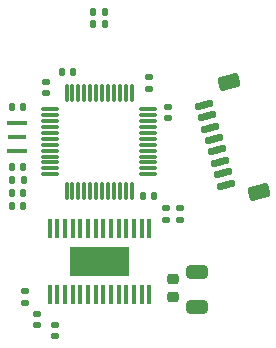
<source format=gbr>
%TF.GenerationSoftware,KiCad,Pcbnew,(6.0.0)*%
%TF.CreationDate,2022-02-06T18:29:28+08:00*%
%TF.ProjectId,STM32_FOC,53544d33-325f-4464-9f43-2e6b69636164,rev?*%
%TF.SameCoordinates,Original*%
%TF.FileFunction,Paste,Top*%
%TF.FilePolarity,Positive*%
%FSLAX46Y46*%
G04 Gerber Fmt 4.6, Leading zero omitted, Abs format (unit mm)*
G04 Created by KiCad (PCBNEW (6.0.0)) date 2022-02-06 18:29:28*
%MOMM*%
%LPD*%
G01*
G04 APERTURE LIST*
G04 Aperture macros list*
%AMRoundRect*
0 Rectangle with rounded corners*
0 $1 Rounding radius*
0 $2 $3 $4 $5 $6 $7 $8 $9 X,Y pos of 4 corners*
0 Add a 4 corners polygon primitive as box body*
4,1,4,$2,$3,$4,$5,$6,$7,$8,$9,$2,$3,0*
0 Add four circle primitives for the rounded corners*
1,1,$1+$1,$2,$3*
1,1,$1+$1,$4,$5*
1,1,$1+$1,$6,$7*
1,1,$1+$1,$8,$9*
0 Add four rect primitives between the rounded corners*
20,1,$1+$1,$2,$3,$4,$5,0*
20,1,$1+$1,$4,$5,$6,$7,0*
20,1,$1+$1,$6,$7,$8,$9,0*
20,1,$1+$1,$8,$9,$2,$3,0*%
G04 Aperture macros list end*
%ADD10C,0.010000*%
%ADD11RoundRect,0.140000X0.140000X0.170000X-0.140000X0.170000X-0.140000X-0.170000X0.140000X-0.170000X0*%
%ADD12RoundRect,0.140000X0.170000X-0.140000X0.170000X0.140000X-0.170000X0.140000X-0.170000X-0.140000X0*%
%ADD13RoundRect,0.140000X-0.140000X-0.170000X0.140000X-0.170000X0.140000X0.170000X-0.140000X0.170000X0*%
%ADD14RoundRect,0.140000X-0.170000X0.140000X-0.170000X-0.140000X0.170000X-0.140000X0.170000X0.140000X0*%
%ADD15RoundRect,0.135000X0.135000X0.185000X-0.135000X0.185000X-0.135000X-0.185000X0.135000X-0.185000X0*%
%ADD16RoundRect,0.135000X-0.185000X0.135000X-0.185000X-0.135000X0.185000X-0.135000X0.185000X0.135000X0*%
%ADD17R,1.800000X0.400000*%
%ADD18R,1.600000X0.400000*%
%ADD19RoundRect,0.250000X0.650000X-0.325000X0.650000X0.325000X-0.650000X0.325000X-0.650000X-0.325000X0*%
%ADD20RoundRect,0.147500X0.147500X0.172500X-0.147500X0.172500X-0.147500X-0.172500X0.147500X-0.172500X0*%
%ADD21RoundRect,0.135000X0.185000X-0.135000X0.185000X0.135000X-0.185000X0.135000X-0.185000X-0.135000X0*%
%ADD22RoundRect,0.075000X-0.662500X-0.075000X0.662500X-0.075000X0.662500X0.075000X-0.662500X0.075000X0*%
%ADD23RoundRect,0.075000X-0.075000X-0.662500X0.075000X-0.662500X0.075000X0.662500X-0.075000X0.662500X0*%
%ADD24RoundRect,0.150000X-0.642526X-0.016873X-0.564881X-0.306651X0.642526X0.016873X0.564881X0.306651X0*%
%ADD25RoundRect,0.250000X-0.718438X0.169842X-0.537265X-0.506306X0.718438X-0.169842X0.537265X0.506306X0*%
%ADD26RoundRect,0.135000X-0.135000X-0.185000X0.135000X-0.185000X0.135000X0.185000X-0.135000X0.185000X0*%
%ADD27RoundRect,0.225000X0.250000X-0.225000X0.250000X0.225000X-0.250000X0.225000X-0.250000X-0.225000X0*%
G04 APERTURE END LIST*
D10*
%TO.C,U4*%
X96950000Y-110692500D02*
X96950000Y-109142500D01*
X96950000Y-109142500D02*
X97200000Y-109142500D01*
X97200000Y-109142500D02*
X97200000Y-110692500D01*
X97200000Y-110692500D02*
X96950000Y-110692500D01*
G36*
X97200000Y-110692500D02*
G01*
X96950000Y-110692500D01*
X96950000Y-109142500D01*
X97200000Y-109142500D01*
X97200000Y-110692500D01*
G37*
X97200000Y-110692500D02*
X96950000Y-110692500D01*
X96950000Y-109142500D01*
X97200000Y-109142500D01*
X97200000Y-110692500D01*
X100850000Y-105092500D02*
X100850000Y-103542500D01*
X100850000Y-103542500D02*
X101100000Y-103542500D01*
X101100000Y-103542500D02*
X101100000Y-105092500D01*
X101100000Y-105092500D02*
X100850000Y-105092500D01*
G36*
X101100000Y-105092500D02*
G01*
X100850000Y-105092500D01*
X100850000Y-103542500D01*
X101100000Y-103542500D01*
X101100000Y-105092500D01*
G37*
X101100000Y-105092500D02*
X100850000Y-105092500D01*
X100850000Y-103542500D01*
X101100000Y-103542500D01*
X101100000Y-105092500D01*
X102800000Y-110692500D02*
X102800000Y-109142500D01*
X102800000Y-109142500D02*
X103050000Y-109142500D01*
X103050000Y-109142500D02*
X103050000Y-110692500D01*
X103050000Y-110692500D02*
X102800000Y-110692500D01*
G36*
X103050000Y-110692500D02*
G01*
X102800000Y-110692500D01*
X102800000Y-109142500D01*
X103050000Y-109142500D01*
X103050000Y-110692500D01*
G37*
X103050000Y-110692500D02*
X102800000Y-110692500D01*
X102800000Y-109142500D01*
X103050000Y-109142500D01*
X103050000Y-110692500D01*
X100200000Y-105092500D02*
X100200000Y-103542500D01*
X100200000Y-103542500D02*
X100450000Y-103542500D01*
X100450000Y-103542500D02*
X100450000Y-105092500D01*
X100450000Y-105092500D02*
X100200000Y-105092500D01*
G36*
X100450000Y-105092500D02*
G01*
X100200000Y-105092500D01*
X100200000Y-103542500D01*
X100450000Y-103542500D01*
X100450000Y-105092500D01*
G37*
X100450000Y-105092500D02*
X100200000Y-105092500D01*
X100200000Y-103542500D01*
X100450000Y-103542500D01*
X100450000Y-105092500D01*
X97520000Y-108317500D02*
X97520000Y-105917500D01*
X97520000Y-105917500D02*
X102480000Y-105917500D01*
X102480000Y-105917500D02*
X102480000Y-108317500D01*
X102480000Y-108317500D02*
X97520000Y-108317500D01*
G36*
X102480000Y-108317500D02*
G01*
X97520000Y-108317500D01*
X97520000Y-105917500D01*
X102480000Y-105917500D01*
X102480000Y-108317500D01*
G37*
X102480000Y-108317500D02*
X97520000Y-108317500D01*
X97520000Y-105917500D01*
X102480000Y-105917500D01*
X102480000Y-108317500D01*
X95650000Y-105092500D02*
X95650000Y-103542500D01*
X95650000Y-103542500D02*
X95900000Y-103542500D01*
X95900000Y-103542500D02*
X95900000Y-105092500D01*
X95900000Y-105092500D02*
X95650000Y-105092500D01*
G36*
X95900000Y-105092500D02*
G01*
X95650000Y-105092500D01*
X95650000Y-103542500D01*
X95900000Y-103542500D01*
X95900000Y-105092500D01*
G37*
X95900000Y-105092500D02*
X95650000Y-105092500D01*
X95650000Y-103542500D01*
X95900000Y-103542500D01*
X95900000Y-105092500D01*
X104100000Y-110692500D02*
X104100000Y-109142500D01*
X104100000Y-109142500D02*
X104350000Y-109142500D01*
X104350000Y-109142500D02*
X104350000Y-110692500D01*
X104350000Y-110692500D02*
X104100000Y-110692500D01*
G36*
X104350000Y-110692500D02*
G01*
X104100000Y-110692500D01*
X104100000Y-109142500D01*
X104350000Y-109142500D01*
X104350000Y-110692500D01*
G37*
X104350000Y-110692500D02*
X104100000Y-110692500D01*
X104100000Y-109142500D01*
X104350000Y-109142500D01*
X104350000Y-110692500D01*
X96300000Y-105092500D02*
X96300000Y-103542500D01*
X96300000Y-103542500D02*
X96550000Y-103542500D01*
X96550000Y-103542500D02*
X96550000Y-105092500D01*
X96550000Y-105092500D02*
X96300000Y-105092500D01*
G36*
X96550000Y-105092500D02*
G01*
X96300000Y-105092500D01*
X96300000Y-103542500D01*
X96550000Y-103542500D01*
X96550000Y-105092500D01*
G37*
X96550000Y-105092500D02*
X96300000Y-105092500D01*
X96300000Y-103542500D01*
X96550000Y-103542500D01*
X96550000Y-105092500D01*
X101500000Y-110692500D02*
X101500000Y-109142500D01*
X101500000Y-109142500D02*
X101750000Y-109142500D01*
X101750000Y-109142500D02*
X101750000Y-110692500D01*
X101750000Y-110692500D02*
X101500000Y-110692500D01*
G36*
X101750000Y-110692500D02*
G01*
X101500000Y-110692500D01*
X101500000Y-109142500D01*
X101750000Y-109142500D01*
X101750000Y-110692500D01*
G37*
X101750000Y-110692500D02*
X101500000Y-110692500D01*
X101500000Y-109142500D01*
X101750000Y-109142500D01*
X101750000Y-110692500D01*
X102800000Y-105092500D02*
X102800000Y-103542500D01*
X102800000Y-103542500D02*
X103050000Y-103542500D01*
X103050000Y-103542500D02*
X103050000Y-105092500D01*
X103050000Y-105092500D02*
X102800000Y-105092500D01*
G36*
X103050000Y-105092500D02*
G01*
X102800000Y-105092500D01*
X102800000Y-103542500D01*
X103050000Y-103542500D01*
X103050000Y-105092500D01*
G37*
X103050000Y-105092500D02*
X102800000Y-105092500D01*
X102800000Y-103542500D01*
X103050000Y-103542500D01*
X103050000Y-105092500D01*
X103450000Y-105092500D02*
X103450000Y-103542500D01*
X103450000Y-103542500D02*
X103700000Y-103542500D01*
X103700000Y-103542500D02*
X103700000Y-105092500D01*
X103700000Y-105092500D02*
X103450000Y-105092500D01*
G36*
X103700000Y-105092500D02*
G01*
X103450000Y-105092500D01*
X103450000Y-103542500D01*
X103700000Y-103542500D01*
X103700000Y-105092500D01*
G37*
X103700000Y-105092500D02*
X103450000Y-105092500D01*
X103450000Y-103542500D01*
X103700000Y-103542500D01*
X103700000Y-105092500D01*
X96950000Y-105092500D02*
X96950000Y-103542500D01*
X96950000Y-103542500D02*
X97200000Y-103542500D01*
X97200000Y-103542500D02*
X97200000Y-105092500D01*
X97200000Y-105092500D02*
X96950000Y-105092500D01*
G36*
X97200000Y-105092500D02*
G01*
X96950000Y-105092500D01*
X96950000Y-103542500D01*
X97200000Y-103542500D01*
X97200000Y-105092500D01*
G37*
X97200000Y-105092500D02*
X96950000Y-105092500D01*
X96950000Y-103542500D01*
X97200000Y-103542500D01*
X97200000Y-105092500D01*
X99550000Y-110692500D02*
X99550000Y-109142500D01*
X99550000Y-109142500D02*
X99800000Y-109142500D01*
X99800000Y-109142500D02*
X99800000Y-110692500D01*
X99800000Y-110692500D02*
X99550000Y-110692500D01*
G36*
X99800000Y-110692500D02*
G01*
X99550000Y-110692500D01*
X99550000Y-109142500D01*
X99800000Y-109142500D01*
X99800000Y-110692500D01*
G37*
X99800000Y-110692500D02*
X99550000Y-110692500D01*
X99550000Y-109142500D01*
X99800000Y-109142500D01*
X99800000Y-110692500D01*
X98900000Y-105092500D02*
X98900000Y-103542500D01*
X98900000Y-103542500D02*
X99150000Y-103542500D01*
X99150000Y-103542500D02*
X99150000Y-105092500D01*
X99150000Y-105092500D02*
X98900000Y-105092500D01*
G36*
X99150000Y-105092500D02*
G01*
X98900000Y-105092500D01*
X98900000Y-103542500D01*
X99150000Y-103542500D01*
X99150000Y-105092500D01*
G37*
X99150000Y-105092500D02*
X98900000Y-105092500D01*
X98900000Y-103542500D01*
X99150000Y-103542500D01*
X99150000Y-105092500D01*
X100850000Y-110692500D02*
X100850000Y-109142500D01*
X100850000Y-109142500D02*
X101100000Y-109142500D01*
X101100000Y-109142500D02*
X101100000Y-110692500D01*
X101100000Y-110692500D02*
X100850000Y-110692500D01*
G36*
X101100000Y-110692500D02*
G01*
X100850000Y-110692500D01*
X100850000Y-109142500D01*
X101100000Y-109142500D01*
X101100000Y-110692500D01*
G37*
X101100000Y-110692500D02*
X100850000Y-110692500D01*
X100850000Y-109142500D01*
X101100000Y-109142500D01*
X101100000Y-110692500D01*
X103450000Y-110692500D02*
X103450000Y-109142500D01*
X103450000Y-109142500D02*
X103700000Y-109142500D01*
X103700000Y-109142500D02*
X103700000Y-110692500D01*
X103700000Y-110692500D02*
X103450000Y-110692500D01*
G36*
X103700000Y-110692500D02*
G01*
X103450000Y-110692500D01*
X103450000Y-109142500D01*
X103700000Y-109142500D01*
X103700000Y-110692500D01*
G37*
X103700000Y-110692500D02*
X103450000Y-110692500D01*
X103450000Y-109142500D01*
X103700000Y-109142500D01*
X103700000Y-110692500D01*
X98250000Y-105092500D02*
X98250000Y-103542500D01*
X98250000Y-103542500D02*
X98500000Y-103542500D01*
X98500000Y-103542500D02*
X98500000Y-105092500D01*
X98500000Y-105092500D02*
X98250000Y-105092500D01*
G36*
X98500000Y-105092500D02*
G01*
X98250000Y-105092500D01*
X98250000Y-103542500D01*
X98500000Y-103542500D01*
X98500000Y-105092500D01*
G37*
X98500000Y-105092500D02*
X98250000Y-105092500D01*
X98250000Y-103542500D01*
X98500000Y-103542500D01*
X98500000Y-105092500D01*
X98900000Y-110692500D02*
X98900000Y-109142500D01*
X98900000Y-109142500D02*
X99150000Y-109142500D01*
X99150000Y-109142500D02*
X99150000Y-110692500D01*
X99150000Y-110692500D02*
X98900000Y-110692500D01*
G36*
X99150000Y-110692500D02*
G01*
X98900000Y-110692500D01*
X98900000Y-109142500D01*
X99150000Y-109142500D01*
X99150000Y-110692500D01*
G37*
X99150000Y-110692500D02*
X98900000Y-110692500D01*
X98900000Y-109142500D01*
X99150000Y-109142500D01*
X99150000Y-110692500D01*
X101500000Y-105092500D02*
X101500000Y-103542500D01*
X101500000Y-103542500D02*
X101750000Y-103542500D01*
X101750000Y-103542500D02*
X101750000Y-105092500D01*
X101750000Y-105092500D02*
X101500000Y-105092500D01*
G36*
X101750000Y-105092500D02*
G01*
X101500000Y-105092500D01*
X101500000Y-103542500D01*
X101750000Y-103542500D01*
X101750000Y-105092500D01*
G37*
X101750000Y-105092500D02*
X101500000Y-105092500D01*
X101500000Y-103542500D01*
X101750000Y-103542500D01*
X101750000Y-105092500D01*
X95650000Y-110692500D02*
X95650000Y-109142500D01*
X95650000Y-109142500D02*
X95900000Y-109142500D01*
X95900000Y-109142500D02*
X95900000Y-110692500D01*
X95900000Y-110692500D02*
X95650000Y-110692500D01*
G36*
X95900000Y-110692500D02*
G01*
X95650000Y-110692500D01*
X95650000Y-109142500D01*
X95900000Y-109142500D01*
X95900000Y-110692500D01*
G37*
X95900000Y-110692500D02*
X95650000Y-110692500D01*
X95650000Y-109142500D01*
X95900000Y-109142500D01*
X95900000Y-110692500D01*
X104100000Y-105092500D02*
X104100000Y-103542500D01*
X104100000Y-103542500D02*
X104350000Y-103542500D01*
X104350000Y-103542500D02*
X104350000Y-105092500D01*
X104350000Y-105092500D02*
X104100000Y-105092500D01*
G36*
X104350000Y-105092500D02*
G01*
X104100000Y-105092500D01*
X104100000Y-103542500D01*
X104350000Y-103542500D01*
X104350000Y-105092500D01*
G37*
X104350000Y-105092500D02*
X104100000Y-105092500D01*
X104100000Y-103542500D01*
X104350000Y-103542500D01*
X104350000Y-105092500D01*
X99550000Y-105092500D02*
X99550000Y-103542500D01*
X99550000Y-103542500D02*
X99800000Y-103542500D01*
X99800000Y-103542500D02*
X99800000Y-105092500D01*
X99800000Y-105092500D02*
X99550000Y-105092500D01*
G36*
X99800000Y-105092500D02*
G01*
X99550000Y-105092500D01*
X99550000Y-103542500D01*
X99800000Y-103542500D01*
X99800000Y-105092500D01*
G37*
X99800000Y-105092500D02*
X99550000Y-105092500D01*
X99550000Y-103542500D01*
X99800000Y-103542500D01*
X99800000Y-105092500D01*
X97600000Y-110692500D02*
X97600000Y-109142500D01*
X97600000Y-109142500D02*
X97850000Y-109142500D01*
X97850000Y-109142500D02*
X97850000Y-110692500D01*
X97850000Y-110692500D02*
X97600000Y-110692500D01*
G36*
X97850000Y-110692500D02*
G01*
X97600000Y-110692500D01*
X97600000Y-109142500D01*
X97850000Y-109142500D01*
X97850000Y-110692500D01*
G37*
X97850000Y-110692500D02*
X97600000Y-110692500D01*
X97600000Y-109142500D01*
X97850000Y-109142500D01*
X97850000Y-110692500D01*
X96300000Y-110692500D02*
X96300000Y-109142500D01*
X96300000Y-109142500D02*
X96550000Y-109142500D01*
X96550000Y-109142500D02*
X96550000Y-110692500D01*
X96550000Y-110692500D02*
X96300000Y-110692500D01*
G36*
X96550000Y-110692500D02*
G01*
X96300000Y-110692500D01*
X96300000Y-109142500D01*
X96550000Y-109142500D01*
X96550000Y-110692500D01*
G37*
X96550000Y-110692500D02*
X96300000Y-110692500D01*
X96300000Y-109142500D01*
X96550000Y-109142500D01*
X96550000Y-110692500D01*
X102150000Y-110692500D02*
X102150000Y-109142500D01*
X102150000Y-109142500D02*
X102400000Y-109142500D01*
X102400000Y-109142500D02*
X102400000Y-110692500D01*
X102400000Y-110692500D02*
X102150000Y-110692500D01*
G36*
X102400000Y-110692500D02*
G01*
X102150000Y-110692500D01*
X102150000Y-109142500D01*
X102400000Y-109142500D01*
X102400000Y-110692500D01*
G37*
X102400000Y-110692500D02*
X102150000Y-110692500D01*
X102150000Y-109142500D01*
X102400000Y-109142500D01*
X102400000Y-110692500D01*
X100200000Y-110692500D02*
X100200000Y-109142500D01*
X100200000Y-109142500D02*
X100450000Y-109142500D01*
X100450000Y-109142500D02*
X100450000Y-110692500D01*
X100450000Y-110692500D02*
X100200000Y-110692500D01*
G36*
X100450000Y-110692500D02*
G01*
X100200000Y-110692500D01*
X100200000Y-109142500D01*
X100450000Y-109142500D01*
X100450000Y-110692500D01*
G37*
X100450000Y-110692500D02*
X100200000Y-110692500D01*
X100200000Y-109142500D01*
X100450000Y-109142500D01*
X100450000Y-110692500D01*
X97600000Y-105092500D02*
X97600000Y-103542500D01*
X97600000Y-103542500D02*
X97850000Y-103542500D01*
X97850000Y-103542500D02*
X97850000Y-105092500D01*
X97850000Y-105092500D02*
X97600000Y-105092500D01*
G36*
X97850000Y-105092500D02*
G01*
X97600000Y-105092500D01*
X97600000Y-103542500D01*
X97850000Y-103542500D01*
X97850000Y-105092500D01*
G37*
X97850000Y-105092500D02*
X97600000Y-105092500D01*
X97600000Y-103542500D01*
X97850000Y-103542500D01*
X97850000Y-105092500D01*
X102150000Y-105092500D02*
X102150000Y-103542500D01*
X102150000Y-103542500D02*
X102400000Y-103542500D01*
X102400000Y-103542500D02*
X102400000Y-105092500D01*
X102400000Y-105092500D02*
X102150000Y-105092500D01*
G36*
X102400000Y-105092500D02*
G01*
X102150000Y-105092500D01*
X102150000Y-103542500D01*
X102400000Y-103542500D01*
X102400000Y-105092500D01*
G37*
X102400000Y-105092500D02*
X102150000Y-105092500D01*
X102150000Y-103542500D01*
X102400000Y-103542500D01*
X102400000Y-105092500D01*
X98250000Y-110692500D02*
X98250000Y-109142500D01*
X98250000Y-109142500D02*
X98500000Y-109142500D01*
X98500000Y-109142500D02*
X98500000Y-110692500D01*
X98500000Y-110692500D02*
X98250000Y-110692500D01*
G36*
X98500000Y-110692500D02*
G01*
X98250000Y-110692500D01*
X98250000Y-109142500D01*
X98500000Y-109142500D01*
X98500000Y-110692500D01*
G37*
X98500000Y-110692500D02*
X98250000Y-110692500D01*
X98250000Y-109142500D01*
X98500000Y-109142500D01*
X98500000Y-110692500D01*
%TD*%
D11*
%TO.C,C1*%
X93580000Y-99100000D03*
X92620000Y-99100000D03*
%TD*%
D12*
%TO.C,C2*%
X95500000Y-92880000D03*
X95500000Y-91920000D03*
%TD*%
D11*
%TO.C,C3*%
X93580000Y-102400000D03*
X92620000Y-102400000D03*
%TD*%
%TO.C,C4*%
X93580000Y-94100000D03*
X92620000Y-94100000D03*
%TD*%
D13*
%TO.C,C9*%
X96820000Y-91100000D03*
X97780000Y-91100000D03*
%TD*%
D12*
%TO.C,C14*%
X96275000Y-113480000D03*
X96275000Y-112520000D03*
%TD*%
D14*
%TO.C,C16*%
X94750000Y-111570000D03*
X94750000Y-112530000D03*
%TD*%
D15*
%TO.C,R2*%
X100510000Y-87050000D03*
X99490000Y-87050000D03*
%TD*%
D16*
%TO.C,R8*%
X105670000Y-102570000D03*
X105670000Y-103590000D03*
%TD*%
D17*
%TO.C,Y1*%
X93070000Y-97800000D03*
X93070000Y-95400000D03*
D18*
X93070000Y-96600000D03*
%TD*%
D13*
%TO.C,C5*%
X103720000Y-101600000D03*
X104680000Y-101600000D03*
%TD*%
D14*
%TO.C,C17*%
X93750000Y-109670000D03*
X93750000Y-110630000D03*
%TD*%
D19*
%TO.C,C15*%
X108280000Y-110965000D03*
X108280000Y-108015000D03*
%TD*%
D20*
%TO.C,D1*%
X100485000Y-86000000D03*
X99515000Y-86000000D03*
%TD*%
D21*
%TO.C,R1*%
X104200000Y-92560000D03*
X104200000Y-91540000D03*
%TD*%
D12*
%TO.C,C20*%
X106850000Y-103590000D03*
X106850000Y-102630000D03*
%TD*%
D22*
%TO.C,U1*%
X95837500Y-94250000D03*
X95837500Y-94750000D03*
X95837500Y-95250000D03*
X95837500Y-95750000D03*
X95837500Y-96250000D03*
X95837500Y-96750000D03*
X95837500Y-97250000D03*
X95837500Y-97750000D03*
X95837500Y-98250000D03*
X95837500Y-98750000D03*
X95837500Y-99250000D03*
X95837500Y-99750000D03*
D23*
X97250000Y-101162500D03*
X97750000Y-101162500D03*
X98250000Y-101162500D03*
X98750000Y-101162500D03*
X99250000Y-101162500D03*
X99750000Y-101162500D03*
X100250000Y-101162500D03*
X100750000Y-101162500D03*
X101250000Y-101162500D03*
X101750000Y-101162500D03*
X102250000Y-101162500D03*
X102750000Y-101162500D03*
D22*
X104162500Y-99750000D03*
X104162500Y-99250000D03*
X104162500Y-98750000D03*
X104162500Y-98250000D03*
X104162500Y-97750000D03*
X104162500Y-97250000D03*
X104162500Y-96750000D03*
X104162500Y-96250000D03*
X104162500Y-95750000D03*
X104162500Y-95250000D03*
X104162500Y-94750000D03*
X104162500Y-94250000D03*
D23*
X102750000Y-92837500D03*
X102250000Y-92837500D03*
X101750000Y-92837500D03*
X101250000Y-92837500D03*
X100750000Y-92837500D03*
X100250000Y-92837500D03*
X99750000Y-92837500D03*
X99250000Y-92837500D03*
X98750000Y-92837500D03*
X98250000Y-92837500D03*
X97750000Y-92837500D03*
X97250000Y-92837500D03*
%TD*%
D14*
%TO.C,C8*%
X105800000Y-94020000D03*
X105800000Y-94980000D03*
%TD*%
D11*
%TO.C,C6*%
X93580000Y-101300000D03*
X92620000Y-101300000D03*
%TD*%
D24*
%TO.C,J2*%
X108914282Y-93862195D03*
X109173101Y-94828121D03*
X109431920Y-95794046D03*
X109690739Y-96759972D03*
X109949558Y-97725898D03*
X110208377Y-98691824D03*
X110467196Y-99657750D03*
X110726015Y-100623676D03*
D25*
X113501442Y-101225861D03*
X111016780Y-91952973D03*
%TD*%
D26*
%TO.C,R3*%
X92590000Y-100200000D03*
X93610000Y-100200000D03*
%TD*%
D27*
%TO.C,C13*%
X106250000Y-110175000D03*
X106250000Y-108625000D03*
%TD*%
M02*

</source>
